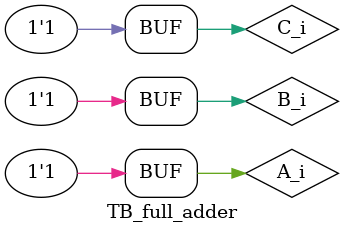
<source format=v>
module TB_full_adder(
    // TB don't have I/O port
);

    reg     A_i;
    reg     B_i;
    reg     C_i;
    wire    S_o;
    wire    C_o;

    // DUT inst
    full_adder u_full_adder(
        .A_i ( A_i ),
        .B_i ( B_i ),
        .C_i ( C_i ),
        .S_o ( S_o ),
        .C_o ( C_o )
    );


    // Stimulus
    initial begin
        #0
        A_i = 1'b0;
        B_i = 1'b0;
        C_i = 1'b0;
        
        #5
        A_i = 1'b1;
        B_i = 1'b0;
        C_i = 1'b0;
        
        #5
        A_i = 1'b0;
        B_i = 1'b1;
        C_i = 1'b1;
        
        #5
        A_i = 1'b1;
        B_i = 1'b1;
        C_i = 1'b1;
    end

endmodule
</source>
